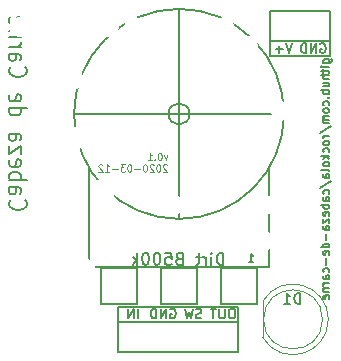
<source format=gbo>
G04 #@! TF.GenerationSoftware,KiCad,Pcbnew,(5.99.0-1101-g9de7547c2)*
G04 #@! TF.CreationDate,2020-03-12T16:30:11+02:00*
G04 #@! TF.ProjectId,cabeza-de-carne,63616265-7a61-42d6-9465-2d6361726e65,rev?*
G04 #@! TF.SameCoordinates,Original*
G04 #@! TF.FileFunction,Legend,Bot*
G04 #@! TF.FilePolarity,Positive*
%FSLAX46Y46*%
G04 Gerber Fmt 4.6, Leading zero omitted, Abs format (unit mm)*
G04 Created by KiCad (PCBNEW (5.99.0-1101-g9de7547c2)) date 2020-03-12 16:30:11*
%MOMM*%
%LPD*%
G01*
G04 APERTURE LIST*
%ADD10C,0.150000*%
%ADD11C,0.100000*%
%ADD12C,0.127000*%
%ADD13C,0.120000*%
%ADD14O,2.642000X2.642000*%
%ADD15R,2.642000X2.642000*%
%ADD16O,2.032400X2.032400*%
%ADD17R,2.032400X2.032400*%
%ADD18O,1.702000X1.702000*%
%ADD19C,1.702000*%
%ADD20O,2.302000X2.302000*%
%ADD21R,2.302000X2.302000*%
%ADD22C,1.902000*%
%ADD23R,1.902000X1.902000*%
%ADD24R,1.702000X1.702000*%
G04 APERTURE END LIST*
D10*
X249786000Y49220000D02*
X250352666Y49220000D01*
X250419333Y49253333D01*
X250452666Y49286666D01*
X250486000Y49353333D01*
X250486000Y49453333D01*
X250452666Y49520000D01*
X250219333Y49220000D02*
X250252666Y49286666D01*
X250252666Y49420000D01*
X250219333Y49486666D01*
X250186000Y49520000D01*
X250119333Y49553333D01*
X249919333Y49553333D01*
X249852666Y49520000D01*
X249819333Y49486666D01*
X249786000Y49420000D01*
X249786000Y49286666D01*
X249819333Y49220000D01*
X250252666Y48886666D02*
X249786000Y48886666D01*
X249552666Y48886666D02*
X249586000Y48920000D01*
X249619333Y48886666D01*
X249586000Y48853333D01*
X249552666Y48886666D01*
X249619333Y48886666D01*
X249786000Y48653333D02*
X249786000Y48386666D01*
X249552666Y48553333D02*
X250152666Y48553333D01*
X250219333Y48520000D01*
X250252666Y48453333D01*
X250252666Y48386666D01*
X250252666Y48153333D02*
X249552666Y48153333D01*
X250252666Y47853333D02*
X249886000Y47853333D01*
X249819333Y47886666D01*
X249786000Y47953333D01*
X249786000Y48053333D01*
X249819333Y48120000D01*
X249852666Y48153333D01*
X249786000Y47220000D02*
X250252666Y47220000D01*
X249786000Y47520000D02*
X250152666Y47520000D01*
X250219333Y47486666D01*
X250252666Y47420000D01*
X250252666Y47320000D01*
X250219333Y47253333D01*
X250186000Y47220000D01*
X250252666Y46886666D02*
X249552666Y46886666D01*
X249819333Y46886666D02*
X249786000Y46820000D01*
X249786000Y46686666D01*
X249819333Y46620000D01*
X249852666Y46586666D01*
X249919333Y46553333D01*
X250119333Y46553333D01*
X250186000Y46586666D01*
X250219333Y46620000D01*
X250252666Y46686666D01*
X250252666Y46820000D01*
X250219333Y46886666D01*
X250186000Y46253333D02*
X250219333Y46220000D01*
X250252666Y46253333D01*
X250219333Y46286666D01*
X250186000Y46253333D01*
X250252666Y46253333D01*
X250219333Y45620000D02*
X250252666Y45686666D01*
X250252666Y45820000D01*
X250219333Y45886666D01*
X250186000Y45920000D01*
X250119333Y45953333D01*
X249919333Y45953333D01*
X249852666Y45920000D01*
X249819333Y45886666D01*
X249786000Y45820000D01*
X249786000Y45686666D01*
X249819333Y45620000D01*
X250252666Y45220000D02*
X250219333Y45286666D01*
X250186000Y45320000D01*
X250119333Y45353333D01*
X249919333Y45353333D01*
X249852666Y45320000D01*
X249819333Y45286666D01*
X249786000Y45220000D01*
X249786000Y45120000D01*
X249819333Y45053333D01*
X249852666Y45020000D01*
X249919333Y44986666D01*
X250119333Y44986666D01*
X250186000Y45020000D01*
X250219333Y45053333D01*
X250252666Y45120000D01*
X250252666Y45220000D01*
X250252666Y44686666D02*
X249786000Y44686666D01*
X249852666Y44686666D02*
X249819333Y44653333D01*
X249786000Y44586666D01*
X249786000Y44486666D01*
X249819333Y44420000D01*
X249886000Y44386666D01*
X250252666Y44386666D01*
X249886000Y44386666D02*
X249819333Y44353333D01*
X249786000Y44286666D01*
X249786000Y44186666D01*
X249819333Y44120000D01*
X249886000Y44086666D01*
X250252666Y44086666D01*
X249519333Y43253333D02*
X250419333Y43853333D01*
X250252666Y43020000D02*
X249786000Y43020000D01*
X249919333Y43020000D02*
X249852666Y42986666D01*
X249819333Y42953333D01*
X249786000Y42886666D01*
X249786000Y42820000D01*
X250252666Y42486666D02*
X250219333Y42553333D01*
X250186000Y42586666D01*
X250119333Y42620000D01*
X249919333Y42620000D01*
X249852666Y42586666D01*
X249819333Y42553333D01*
X249786000Y42486666D01*
X249786000Y42386666D01*
X249819333Y42320000D01*
X249852666Y42286666D01*
X249919333Y42253333D01*
X250119333Y42253333D01*
X250186000Y42286666D01*
X250219333Y42320000D01*
X250252666Y42386666D01*
X250252666Y42486666D01*
X250219333Y41653333D02*
X250252666Y41720000D01*
X250252666Y41853333D01*
X250219333Y41920000D01*
X250186000Y41953333D01*
X250119333Y41986666D01*
X249919333Y41986666D01*
X249852666Y41953333D01*
X249819333Y41920000D01*
X249786000Y41853333D01*
X249786000Y41720000D01*
X249819333Y41653333D01*
X250252666Y41353333D02*
X249552666Y41353333D01*
X249986000Y41286666D02*
X250252666Y41086666D01*
X249786000Y41086666D02*
X250052666Y41353333D01*
X250252666Y40686666D02*
X250219333Y40753333D01*
X250186000Y40786666D01*
X250119333Y40820000D01*
X249919333Y40820000D01*
X249852666Y40786666D01*
X249819333Y40753333D01*
X249786000Y40686666D01*
X249786000Y40586666D01*
X249819333Y40520000D01*
X249852666Y40486666D01*
X249919333Y40453333D01*
X250119333Y40453333D01*
X250186000Y40486666D01*
X250219333Y40520000D01*
X250252666Y40586666D01*
X250252666Y40686666D01*
X250252666Y40053333D02*
X250219333Y40120000D01*
X250152666Y40153333D01*
X249552666Y40153333D01*
X250252666Y39486666D02*
X249886000Y39486666D01*
X249819333Y39520000D01*
X249786000Y39586666D01*
X249786000Y39720000D01*
X249819333Y39786666D01*
X250219333Y39486666D02*
X250252666Y39553333D01*
X250252666Y39720000D01*
X250219333Y39786666D01*
X250152666Y39820000D01*
X250086000Y39820000D01*
X250019333Y39786666D01*
X249986000Y39720000D01*
X249986000Y39553333D01*
X249952666Y39486666D01*
X249519333Y38653333D02*
X250419333Y39253333D01*
X250219333Y38120000D02*
X250252666Y38186666D01*
X250252666Y38320000D01*
X250219333Y38386666D01*
X250186000Y38420000D01*
X250119333Y38453333D01*
X249919333Y38453333D01*
X249852666Y38420000D01*
X249819333Y38386666D01*
X249786000Y38320000D01*
X249786000Y38186666D01*
X249819333Y38120000D01*
X250252666Y37520000D02*
X249886000Y37520000D01*
X249819333Y37553333D01*
X249786000Y37620000D01*
X249786000Y37753333D01*
X249819333Y37820000D01*
X250219333Y37520000D02*
X250252666Y37586666D01*
X250252666Y37753333D01*
X250219333Y37820000D01*
X250152666Y37853333D01*
X250086000Y37853333D01*
X250019333Y37820000D01*
X249986000Y37753333D01*
X249986000Y37586666D01*
X249952666Y37520000D01*
X250252666Y37186666D02*
X249552666Y37186666D01*
X249819333Y37186666D02*
X249786000Y37120000D01*
X249786000Y36986666D01*
X249819333Y36920000D01*
X249852666Y36886666D01*
X249919333Y36853333D01*
X250119333Y36853333D01*
X250186000Y36886666D01*
X250219333Y36920000D01*
X250252666Y36986666D01*
X250252666Y37120000D01*
X250219333Y37186666D01*
X250219333Y36286666D02*
X250252666Y36353333D01*
X250252666Y36486666D01*
X250219333Y36553333D01*
X250152666Y36586666D01*
X249886000Y36586666D01*
X249819333Y36553333D01*
X249786000Y36486666D01*
X249786000Y36353333D01*
X249819333Y36286666D01*
X249886000Y36253333D01*
X249952666Y36253333D01*
X250019333Y36586666D01*
X249786000Y36020000D02*
X249786000Y35653333D01*
X250252666Y36020000D01*
X250252666Y35653333D01*
X250252666Y35086666D02*
X249886000Y35086666D01*
X249819333Y35120000D01*
X249786000Y35186666D01*
X249786000Y35320000D01*
X249819333Y35386666D01*
X250219333Y35086666D02*
X250252666Y35153333D01*
X250252666Y35320000D01*
X250219333Y35386666D01*
X250152666Y35420000D01*
X250086000Y35420000D01*
X250019333Y35386666D01*
X249986000Y35320000D01*
X249986000Y35153333D01*
X249952666Y35086666D01*
X249986000Y34753333D02*
X249986000Y34220000D01*
X250252666Y33586666D02*
X249552666Y33586666D01*
X250219333Y33586666D02*
X250252666Y33653333D01*
X250252666Y33786666D01*
X250219333Y33853333D01*
X250186000Y33886666D01*
X250119333Y33920000D01*
X249919333Y33920000D01*
X249852666Y33886666D01*
X249819333Y33853333D01*
X249786000Y33786666D01*
X249786000Y33653333D01*
X249819333Y33586666D01*
X250219333Y32986666D02*
X250252666Y33053333D01*
X250252666Y33186666D01*
X250219333Y33253333D01*
X250152666Y33286666D01*
X249886000Y33286666D01*
X249819333Y33253333D01*
X249786000Y33186666D01*
X249786000Y33053333D01*
X249819333Y32986666D01*
X249886000Y32953333D01*
X249952666Y32953333D01*
X250019333Y33286666D01*
X249986000Y32653333D02*
X249986000Y32120000D01*
X250219333Y31486666D02*
X250252666Y31553333D01*
X250252666Y31686666D01*
X250219333Y31753333D01*
X250186000Y31786666D01*
X250119333Y31820000D01*
X249919333Y31820000D01*
X249852666Y31786666D01*
X249819333Y31753333D01*
X249786000Y31686666D01*
X249786000Y31553333D01*
X249819333Y31486666D01*
X250252666Y30886666D02*
X249886000Y30886666D01*
X249819333Y30920000D01*
X249786000Y30986666D01*
X249786000Y31120000D01*
X249819333Y31186666D01*
X250219333Y30886666D02*
X250252666Y30953333D01*
X250252666Y31120000D01*
X250219333Y31186666D01*
X250152666Y31220000D01*
X250086000Y31220000D01*
X250019333Y31186666D01*
X249986000Y31120000D01*
X249986000Y30953333D01*
X249952666Y30886666D01*
X250252666Y30553333D02*
X249786000Y30553333D01*
X249919333Y30553333D02*
X249852666Y30520000D01*
X249819333Y30486666D01*
X249786000Y30420000D01*
X249786000Y30353333D01*
X249786000Y30120000D02*
X250252666Y30120000D01*
X249852666Y30120000D02*
X249819333Y30086666D01*
X249786000Y30020000D01*
X249786000Y29920000D01*
X249819333Y29853333D01*
X249886000Y29820000D01*
X250252666Y29820000D01*
X250219333Y29220000D02*
X250252666Y29286666D01*
X250252666Y29420000D01*
X250219333Y29486666D01*
X250152666Y29520000D01*
X249886000Y29520000D01*
X249819333Y29486666D01*
X249786000Y29420000D01*
X249786000Y29286666D01*
X249819333Y29220000D01*
X249886000Y29186666D01*
X249952666Y29186666D01*
X250019333Y29520000D01*
X243449500Y32322333D02*
X243849500Y32322333D01*
X243649500Y32322333D02*
X243649500Y33022333D01*
X243716166Y32922333D01*
X243782833Y32855666D01*
X243849500Y32822333D01*
D11*
X236577285Y41378571D02*
X236434428Y40978571D01*
X236291571Y41378571D01*
X235948714Y41578571D02*
X235891571Y41578571D01*
X235834428Y41550000D01*
X235805857Y41521428D01*
X235777285Y41464285D01*
X235748714Y41350000D01*
X235748714Y41207142D01*
X235777285Y41092857D01*
X235805857Y41035714D01*
X235834428Y41007142D01*
X235891571Y40978571D01*
X235948714Y40978571D01*
X236005857Y41007142D01*
X236034428Y41035714D01*
X236063000Y41092857D01*
X236091571Y41207142D01*
X236091571Y41350000D01*
X236063000Y41464285D01*
X236034428Y41521428D01*
X236005857Y41550000D01*
X235948714Y41578571D01*
X235491571Y41035714D02*
X235463000Y41007142D01*
X235491571Y40978571D01*
X235520142Y41007142D01*
X235491571Y41035714D01*
X235491571Y40978571D01*
X234891571Y40978571D02*
X235234428Y40978571D01*
X235063000Y40978571D02*
X235063000Y41578571D01*
X235120142Y41492857D01*
X235177285Y41435714D01*
X235234428Y41407142D01*
X236548714Y40555428D02*
X236520142Y40584000D01*
X236463000Y40612571D01*
X236320142Y40612571D01*
X236263000Y40584000D01*
X236234428Y40555428D01*
X236205857Y40498285D01*
X236205857Y40441142D01*
X236234428Y40355428D01*
X236577285Y40012571D01*
X236205857Y40012571D01*
X235834428Y40612571D02*
X235777285Y40612571D01*
X235720142Y40584000D01*
X235691571Y40555428D01*
X235663000Y40498285D01*
X235634428Y40384000D01*
X235634428Y40241142D01*
X235663000Y40126857D01*
X235691571Y40069714D01*
X235720142Y40041142D01*
X235777285Y40012571D01*
X235834428Y40012571D01*
X235891571Y40041142D01*
X235920142Y40069714D01*
X235948714Y40126857D01*
X235977285Y40241142D01*
X235977285Y40384000D01*
X235948714Y40498285D01*
X235920142Y40555428D01*
X235891571Y40584000D01*
X235834428Y40612571D01*
X235405857Y40555428D02*
X235377285Y40584000D01*
X235320142Y40612571D01*
X235177285Y40612571D01*
X235120142Y40584000D01*
X235091571Y40555428D01*
X235063000Y40498285D01*
X235063000Y40441142D01*
X235091571Y40355428D01*
X235434428Y40012571D01*
X235063000Y40012571D01*
X234691571Y40612571D02*
X234634428Y40612571D01*
X234577285Y40584000D01*
X234548714Y40555428D01*
X234520142Y40498285D01*
X234491571Y40384000D01*
X234491571Y40241142D01*
X234520142Y40126857D01*
X234548714Y40069714D01*
X234577285Y40041142D01*
X234634428Y40012571D01*
X234691571Y40012571D01*
X234748714Y40041142D01*
X234777285Y40069714D01*
X234805857Y40126857D01*
X234834428Y40241142D01*
X234834428Y40384000D01*
X234805857Y40498285D01*
X234777285Y40555428D01*
X234748714Y40584000D01*
X234691571Y40612571D01*
X234234428Y40241142D02*
X233777285Y40241142D01*
X233377285Y40612571D02*
X233320142Y40612571D01*
X233263000Y40584000D01*
X233234428Y40555428D01*
X233205857Y40498285D01*
X233177285Y40384000D01*
X233177285Y40241142D01*
X233205857Y40126857D01*
X233234428Y40069714D01*
X233263000Y40041142D01*
X233320142Y40012571D01*
X233377285Y40012571D01*
X233434428Y40041142D01*
X233463000Y40069714D01*
X233491571Y40126857D01*
X233520142Y40241142D01*
X233520142Y40384000D01*
X233491571Y40498285D01*
X233463000Y40555428D01*
X233434428Y40584000D01*
X233377285Y40612571D01*
X232977285Y40612571D02*
X232605857Y40612571D01*
X232805857Y40384000D01*
X232720142Y40384000D01*
X232663000Y40355428D01*
X232634428Y40326857D01*
X232605857Y40269714D01*
X232605857Y40126857D01*
X232634428Y40069714D01*
X232663000Y40041142D01*
X232720142Y40012571D01*
X232891571Y40012571D01*
X232948714Y40041142D01*
X232977285Y40069714D01*
X232348714Y40241142D02*
X231891571Y40241142D01*
X231291571Y40012571D02*
X231634428Y40012571D01*
X231463000Y40012571D02*
X231463000Y40612571D01*
X231520142Y40526857D01*
X231577285Y40469714D01*
X231634428Y40441142D01*
X231063000Y40555428D02*
X231034428Y40584000D01*
X230977285Y40612571D01*
X230834428Y40612571D01*
X230777285Y40584000D01*
X230748714Y40555428D01*
X230720142Y40498285D01*
X230720142Y40441142D01*
X230748714Y40355428D01*
X231091571Y40012571D01*
X230720142Y40012571D01*
D10*
X223301785Y37591333D02*
X223230357Y37529428D01*
X223158928Y37343714D01*
X223158928Y37219904D01*
X223230357Y37034190D01*
X223373214Y36910380D01*
X223516071Y36848476D01*
X223801785Y36786571D01*
X224016071Y36786571D01*
X224301785Y36848476D01*
X224444642Y36910380D01*
X224587500Y37034190D01*
X224658928Y37219904D01*
X224658928Y37343714D01*
X224587500Y37529428D01*
X224516071Y37591333D01*
X223158928Y38705619D02*
X223944642Y38705619D01*
X224087500Y38643714D01*
X224158928Y38519904D01*
X224158928Y38272285D01*
X224087500Y38148476D01*
X223230357Y38705619D02*
X223158928Y38581809D01*
X223158928Y38272285D01*
X223230357Y38148476D01*
X223373214Y38086571D01*
X223516071Y38086571D01*
X223658928Y38148476D01*
X223730357Y38272285D01*
X223730357Y38581809D01*
X223801785Y38705619D01*
X223158928Y39324666D02*
X224658928Y39324666D01*
X224087500Y39324666D02*
X224158928Y39448476D01*
X224158928Y39696095D01*
X224087500Y39819904D01*
X224016071Y39881809D01*
X223873214Y39943714D01*
X223444642Y39943714D01*
X223301785Y39881809D01*
X223230357Y39819904D01*
X223158928Y39696095D01*
X223158928Y39448476D01*
X223230357Y39324666D01*
X223230357Y40996095D02*
X223158928Y40872285D01*
X223158928Y40624666D01*
X223230357Y40500857D01*
X223373214Y40438952D01*
X223944642Y40438952D01*
X224087500Y40500857D01*
X224158928Y40624666D01*
X224158928Y40872285D01*
X224087500Y40996095D01*
X223944642Y41058000D01*
X223801785Y41058000D01*
X223658928Y40438952D01*
X224158928Y41491333D02*
X224158928Y42172285D01*
X223158928Y41491333D01*
X223158928Y42172285D01*
X223158928Y43224666D02*
X223944642Y43224666D01*
X224087500Y43162761D01*
X224158928Y43038952D01*
X224158928Y42791333D01*
X224087500Y42667523D01*
X223230357Y43224666D02*
X223158928Y43100857D01*
X223158928Y42791333D01*
X223230357Y42667523D01*
X223373214Y42605619D01*
X223516071Y42605619D01*
X223658928Y42667523D01*
X223730357Y42791333D01*
X223730357Y43100857D01*
X223801785Y43224666D01*
X223158928Y45391333D02*
X224658928Y45391333D01*
X223230357Y45391333D02*
X223158928Y45267523D01*
X223158928Y45019904D01*
X223230357Y44896095D01*
X223301785Y44834190D01*
X223444642Y44772285D01*
X223873214Y44772285D01*
X224016071Y44834190D01*
X224087500Y44896095D01*
X224158928Y45019904D01*
X224158928Y45267523D01*
X224087500Y45391333D01*
X223230357Y46505619D02*
X223158928Y46381809D01*
X223158928Y46134190D01*
X223230357Y46010380D01*
X223373214Y45948476D01*
X223944642Y45948476D01*
X224087500Y46010380D01*
X224158928Y46134190D01*
X224158928Y46381809D01*
X224087500Y46505619D01*
X223944642Y46567523D01*
X223801785Y46567523D01*
X223658928Y45948476D01*
X223301785Y48858000D02*
X223230357Y48796095D01*
X223158928Y48610380D01*
X223158928Y48486571D01*
X223230357Y48300857D01*
X223373214Y48177047D01*
X223516071Y48115142D01*
X223801785Y48053238D01*
X224016071Y48053238D01*
X224301785Y48115142D01*
X224444642Y48177047D01*
X224587500Y48300857D01*
X224658928Y48486571D01*
X224658928Y48610380D01*
X224587500Y48796095D01*
X224516071Y48858000D01*
X223158928Y49972285D02*
X223944642Y49972285D01*
X224087500Y49910380D01*
X224158928Y49786571D01*
X224158928Y49538952D01*
X224087500Y49415142D01*
X223230357Y49972285D02*
X223158928Y49848476D01*
X223158928Y49538952D01*
X223230357Y49415142D01*
X223373214Y49353238D01*
X223516071Y49353238D01*
X223658928Y49415142D01*
X223730357Y49538952D01*
X223730357Y49848476D01*
X223801785Y49972285D01*
X223158928Y50591333D02*
X224158928Y50591333D01*
X223873214Y50591333D02*
X224016071Y50653238D01*
X224087500Y50715142D01*
X224158928Y50838952D01*
X224158928Y50962761D01*
X224158928Y51396095D02*
X223158928Y51396095D01*
X224016071Y51396095D02*
X224087500Y51458000D01*
X224158928Y51581809D01*
X224158928Y51767523D01*
X224087500Y51891333D01*
X223944642Y51953238D01*
X223158928Y51953238D01*
X223230357Y53067523D02*
X223158928Y52943714D01*
X223158928Y52696095D01*
X223230357Y52572285D01*
X223373214Y52510380D01*
X223944642Y52510380D01*
X224087500Y52572285D01*
X224158928Y52696095D01*
X224158928Y52943714D01*
X224087500Y53067523D01*
X223944642Y53129428D01*
X223801785Y53129428D01*
X223658928Y52510380D01*
D12*
X238451501Y44894499D02*
G75*
G03*
X238451501Y44894499I-898000J0D01*
G01*
X237553503Y53784499D02*
G75*
G03*
X228663501Y44894499I-101J-8889901D01*
G01*
X246443501Y44894497D02*
G75*
G03*
X237553501Y53784499I-8889901J101D01*
G01*
X237553501Y36004499D02*
G75*
G03*
X246443501Y44894499I0J8890000D01*
G01*
X228663501Y44894499D02*
G75*
G03*
X237553501Y36004499I8890000J0D01*
G01*
X229933501Y40449499D02*
X229933501Y31940499D01*
X245173501Y31940499D02*
X245173501Y40449499D01*
X237553501Y36004499D02*
X237553501Y53784499D01*
X228663501Y44894499D02*
X246443501Y44894499D01*
X229933501Y31940499D02*
X245173501Y31940499D01*
X230949501Y31813499D02*
X233997501Y31813499D01*
X236029501Y31813499D02*
X239077501Y31813499D01*
X241109501Y31813499D02*
X244157501Y31813499D01*
X230949501Y31813499D02*
X230949501Y28765499D01*
X230949501Y28765499D02*
X233997501Y28765499D01*
X233997501Y28765499D02*
X233997501Y31813499D01*
X236029501Y31813499D02*
X236029501Y28765499D01*
X236029501Y28765499D02*
X239077501Y28765499D01*
X239077501Y28765499D02*
X239077501Y31813499D01*
X241109501Y31813499D02*
X241109501Y28765499D01*
X241109501Y28765499D02*
X244157501Y28765499D01*
X244157501Y28765499D02*
X244157501Y31813499D01*
X245237000Y49784000D02*
X245237000Y51054000D01*
X250317000Y49784000D02*
X250317000Y51054000D01*
X245237000Y49784000D02*
X250317000Y49784000D01*
X245237000Y51054000D02*
X245237000Y53594000D01*
X250317000Y51054000D02*
X250317000Y53594000D01*
X245237000Y51054000D02*
X250317000Y51054000D01*
X250317000Y53594000D02*
X245237000Y53594000D01*
X242570000Y27305000D02*
X232410000Y27305000D01*
X232410000Y24765000D02*
X242570000Y24765000D01*
X242570000Y24765000D02*
X242570000Y27305000D01*
X232410000Y24765000D02*
X232410000Y27305000D01*
X232410000Y28575000D02*
X242570000Y28575000D01*
X242570000Y27305000D02*
X242570000Y28575000D01*
X232410000Y27305000D02*
X232410000Y28575000D01*
D13*
X250195500Y27495962D02*
G75*
G02*
X244645500Y25950670I-2990000J-462D01*
G01*
X250195500Y27495038D02*
G75*
G03*
X244645500Y29040330I-2990000J462D01*
G01*
X249705500Y27495500D02*
G75*
G03*
X249705500Y27495500I-2500000J0D01*
G01*
X244645500Y25950500D02*
X244645500Y29040500D01*
D10*
X241299524Y32123119D02*
X241299524Y33123119D01*
X241061429Y33123119D01*
X240918572Y33075500D01*
X240823334Y32980261D01*
X240775715Y32885023D01*
X240728096Y32694547D01*
X240728096Y32551690D01*
X240775715Y32361214D01*
X240823334Y32265976D01*
X240918572Y32170738D01*
X241061429Y32123119D01*
X241299524Y32123119D01*
X240299524Y32123119D02*
X240299524Y32789785D01*
X240299524Y33123119D02*
X240347143Y33075500D01*
X240299524Y33027880D01*
X240251905Y33075500D01*
X240299524Y33123119D01*
X240299524Y33027880D01*
X239823334Y32123119D02*
X239823334Y32789785D01*
X239823334Y32599309D02*
X239775715Y32694547D01*
X239728096Y32742166D01*
X239632858Y32789785D01*
X239537620Y32789785D01*
X239347143Y32789785D02*
X238966191Y32789785D01*
X239204286Y33123119D02*
X239204286Y32265976D01*
X239156667Y32170738D01*
X239061429Y32123119D01*
X238966191Y32123119D01*
X237537620Y32646928D02*
X237394762Y32599309D01*
X237347143Y32551690D01*
X237299524Y32456452D01*
X237299524Y32313595D01*
X237347143Y32218357D01*
X237394762Y32170738D01*
X237490001Y32123119D01*
X237870953Y32123119D01*
X237870953Y33123119D01*
X237537620Y33123119D01*
X237442381Y33075500D01*
X237394762Y33027880D01*
X237347143Y32932642D01*
X237347143Y32837404D01*
X237394762Y32742166D01*
X237442381Y32694547D01*
X237537620Y32646928D01*
X237870953Y32646928D01*
X236394762Y33123119D02*
X236870953Y33123119D01*
X236918572Y32646928D01*
X236870953Y32694547D01*
X236775715Y32742166D01*
X236537620Y32742166D01*
X236442381Y32694547D01*
X236394762Y32646928D01*
X236347143Y32551690D01*
X236347143Y32313595D01*
X236394762Y32218357D01*
X236442381Y32170738D01*
X236537620Y32123119D01*
X236775715Y32123119D01*
X236870953Y32170738D01*
X236918572Y32218357D01*
X235728096Y33123119D02*
X235632858Y33123119D01*
X235537620Y33075500D01*
X235490001Y33027880D01*
X235442381Y32932642D01*
X235394762Y32742166D01*
X235394762Y32504071D01*
X235442381Y32313595D01*
X235490001Y32218357D01*
X235537620Y32170738D01*
X235632858Y32123119D01*
X235728096Y32123119D01*
X235823334Y32170738D01*
X235870953Y32218357D01*
X235918572Y32313595D01*
X235966191Y32504071D01*
X235966191Y32742166D01*
X235918572Y32932642D01*
X235870953Y33027880D01*
X235823334Y33075500D01*
X235728096Y33123119D01*
X234775715Y33123119D02*
X234680477Y33123119D01*
X234585239Y33075500D01*
X234537620Y33027880D01*
X234490001Y32932642D01*
X234442381Y32742166D01*
X234442381Y32504071D01*
X234490001Y32313595D01*
X234537620Y32218357D01*
X234585239Y32170738D01*
X234680477Y32123119D01*
X234775715Y32123119D01*
X234870953Y32170738D01*
X234918572Y32218357D01*
X234966191Y32313595D01*
X235013810Y32504071D01*
X235013810Y32742166D01*
X234966191Y32932642D01*
X234918572Y33027880D01*
X234870953Y33075500D01*
X234775715Y33123119D01*
X234013810Y32123119D02*
X234013810Y33123119D01*
X233918572Y32504071D02*
X233632858Y32123119D01*
X233632858Y32789785D02*
X234013810Y32408833D01*
D11*
X237267786Y29837118D02*
X237839215Y29837118D01*
X237553501Y29837118D02*
X237553501Y30837118D01*
X237648739Y30694260D01*
X237743977Y30599022D01*
X237839215Y30551403D01*
D10*
X249529523Y50819000D02*
X249605714Y50857095D01*
X249720000Y50857095D01*
X249834285Y50819000D01*
X249910476Y50742809D01*
X249948571Y50666619D01*
X249986666Y50514238D01*
X249986666Y50399952D01*
X249948571Y50247571D01*
X249910476Y50171380D01*
X249834285Y50095190D01*
X249720000Y50057095D01*
X249643809Y50057095D01*
X249529523Y50095190D01*
X249491428Y50133285D01*
X249491428Y50399952D01*
X249643809Y50399952D01*
X249148571Y50057095D02*
X249148571Y50857095D01*
X248691428Y50057095D01*
X248691428Y50857095D01*
X248310476Y50057095D02*
X248310476Y50857095D01*
X248120000Y50857095D01*
X248005714Y50819000D01*
X247929523Y50742809D01*
X247891428Y50666619D01*
X247853333Y50514238D01*
X247853333Y50399952D01*
X247891428Y50247571D01*
X247929523Y50171380D01*
X248005714Y50095190D01*
X248120000Y50057095D01*
X248310476Y50057095D01*
X247141904Y50857095D02*
X246875238Y50057095D01*
X246608571Y50857095D01*
X246341904Y50361857D02*
X245732380Y50361857D01*
X246037142Y50057095D02*
X246037142Y50666619D01*
X234099047Y27578095D02*
X234099047Y28378095D01*
X233718095Y27578095D02*
X233718095Y28378095D01*
X233260952Y27578095D01*
X233260952Y28378095D01*
X236829523Y28340000D02*
X236905714Y28378095D01*
X237020000Y28378095D01*
X237134285Y28340000D01*
X237210476Y28263809D01*
X237248571Y28187619D01*
X237286666Y28035238D01*
X237286666Y27920952D01*
X237248571Y27768571D01*
X237210476Y27692380D01*
X237134285Y27616190D01*
X237020000Y27578095D01*
X236943809Y27578095D01*
X236829523Y27616190D01*
X236791428Y27654285D01*
X236791428Y27920952D01*
X236943809Y27920952D01*
X236448571Y27578095D02*
X236448571Y28378095D01*
X235991428Y27578095D01*
X235991428Y28378095D01*
X235610476Y27578095D02*
X235610476Y28378095D01*
X235420000Y28378095D01*
X235305714Y28340000D01*
X235229523Y28263809D01*
X235191428Y28187619D01*
X235153333Y28035238D01*
X235153333Y27920952D01*
X235191428Y27768571D01*
X235229523Y27692380D01*
X235305714Y27616190D01*
X235420000Y27578095D01*
X235610476Y27578095D01*
X239445714Y27616190D02*
X239331428Y27578095D01*
X239140952Y27578095D01*
X239064761Y27616190D01*
X239026666Y27654285D01*
X238988571Y27730476D01*
X238988571Y27806666D01*
X239026666Y27882857D01*
X239064761Y27920952D01*
X239140952Y27959047D01*
X239293333Y27997142D01*
X239369523Y28035238D01*
X239407619Y28073333D01*
X239445714Y28149523D01*
X239445714Y28225714D01*
X239407619Y28301904D01*
X239369523Y28340000D01*
X239293333Y28378095D01*
X239102857Y28378095D01*
X238988571Y28340000D01*
X238721904Y28378095D02*
X238531428Y27578095D01*
X238379047Y28149523D01*
X238226666Y27578095D01*
X238036190Y28378095D01*
X242100000Y28378095D02*
X241947619Y28378095D01*
X241871428Y28340000D01*
X241795238Y28263809D01*
X241757142Y28111428D01*
X241757142Y27844761D01*
X241795238Y27692380D01*
X241871428Y27616190D01*
X241947619Y27578095D01*
X242100000Y27578095D01*
X242176190Y27616190D01*
X242252380Y27692380D01*
X242290476Y27844761D01*
X242290476Y28111428D01*
X242252380Y28263809D01*
X242176190Y28340000D01*
X242100000Y28378095D01*
X241414285Y28378095D02*
X241414285Y27730476D01*
X241376190Y27654285D01*
X241338095Y27616190D01*
X241261904Y27578095D01*
X241109523Y27578095D01*
X241033333Y27616190D01*
X240995238Y27654285D01*
X240957142Y27730476D01*
X240957142Y28378095D01*
X240690476Y28378095D02*
X240233333Y28378095D01*
X240461904Y27578095D02*
X240461904Y28378095D01*
X247806285Y28802857D02*
X247806285Y29702857D01*
X247592000Y29702857D01*
X247463428Y29660000D01*
X247377714Y29574285D01*
X247334857Y29488571D01*
X247292000Y29317142D01*
X247292000Y29188571D01*
X247334857Y29017142D01*
X247377714Y28931428D01*
X247463428Y28845714D01*
X247592000Y28802857D01*
X247806285Y28802857D01*
X246434857Y28802857D02*
X246949142Y28802857D01*
X246692000Y28802857D02*
X246692000Y29702857D01*
X246777714Y29574285D01*
X246863428Y29488571D01*
X246949142Y29445714D01*
%LPC*%
D14*
X232473501Y30289499D03*
X237553501Y30289499D03*
D15*
X242633501Y30289499D03*
D16*
X233680000Y42799000D03*
X231140000Y42799000D03*
X228600000Y42799000D03*
D17*
X226060000Y42799000D03*
D18*
X223647000Y26182999D03*
D19*
X231267000Y26182999D03*
D18*
X247332500Y40195500D03*
D19*
X247332500Y32575500D03*
D18*
X231584500Y52260500D03*
D19*
X223964500Y52260500D03*
D18*
X244792500Y37211000D03*
D19*
X237172500Y37211000D03*
D18*
X233743500Y52260500D03*
D19*
X241363500Y52260500D03*
D18*
X237172500Y34163000D03*
D19*
X244792500Y34163000D03*
D18*
X223647000Y34671000D03*
D19*
X231267000Y34671000D03*
D16*
X231140000Y38354000D03*
X228600000Y38354000D03*
D17*
X226060000Y38354000D03*
D16*
X249047000Y52324000D03*
D17*
X246507000Y52324000D03*
D16*
X241300000Y26035000D03*
X238760000Y26035000D03*
X236220000Y26035000D03*
D17*
X233680000Y26035000D03*
D20*
X243141500Y50355500D03*
D21*
X243141500Y40195500D03*
D22*
X248475500Y27495500D03*
D23*
X245935500Y27495500D03*
D19*
X246229500Y45148500D03*
D24*
X248729500Y45148500D03*
D19*
X228687000Y47752000D03*
D24*
X226187000Y47752000D03*
D19*
X229599500Y31813500D03*
X224599500Y31813500D03*
X236203500Y49196000D03*
X231203500Y49196000D03*
X231220000Y46338500D03*
X236220000Y46338500D03*
X224616000Y29083000D03*
X229616000Y29083000D03*
M02*

</source>
